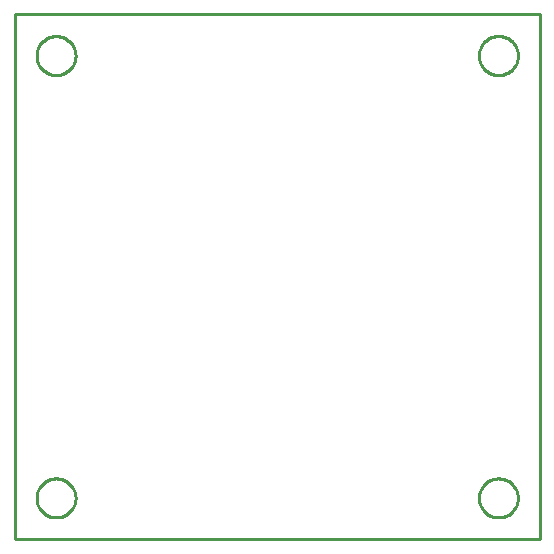
<source format=gbr>
G04 EAGLE Gerber RS-274X export*
G75*
%MOMM*%
%FSLAX34Y34*%
%LPD*%
%IN*%
%IPPOS*%
%AMOC8*
5,1,8,0,0,1.08239X$1,22.5*%
G01*
%ADD10C,0.254000*%


D10*
X0Y0D02*
X444500Y0D01*
X444500Y444500D01*
X0Y444500D01*
X0Y0D01*
X51510Y408960D02*
X51439Y407881D01*
X51298Y406809D01*
X51087Y405749D01*
X50808Y404705D01*
X50460Y403681D01*
X50046Y402683D01*
X49568Y401713D01*
X49028Y400777D01*
X48427Y399878D01*
X47769Y399021D01*
X47057Y398208D01*
X46292Y397444D01*
X45479Y396731D01*
X44622Y396073D01*
X43723Y395472D01*
X42787Y394932D01*
X41817Y394454D01*
X40819Y394040D01*
X39795Y393692D01*
X38751Y393413D01*
X37691Y393202D01*
X36619Y393061D01*
X35540Y392990D01*
X34460Y392990D01*
X33381Y393061D01*
X32309Y393202D01*
X31249Y393413D01*
X30205Y393692D01*
X29181Y394040D01*
X28183Y394454D01*
X27213Y394932D01*
X26277Y395472D01*
X25378Y396073D01*
X24521Y396731D01*
X23708Y397444D01*
X22944Y398208D01*
X22231Y399021D01*
X21573Y399878D01*
X20972Y400777D01*
X20432Y401713D01*
X19954Y402683D01*
X19540Y403681D01*
X19192Y404705D01*
X18913Y405749D01*
X18702Y406809D01*
X18561Y407881D01*
X18490Y408960D01*
X18490Y410040D01*
X18561Y411119D01*
X18702Y412191D01*
X18913Y413251D01*
X19192Y414295D01*
X19540Y415319D01*
X19954Y416317D01*
X20432Y417287D01*
X20972Y418223D01*
X21573Y419122D01*
X22231Y419979D01*
X22944Y420792D01*
X23708Y421557D01*
X24521Y422269D01*
X25378Y422927D01*
X26277Y423528D01*
X27213Y424068D01*
X28183Y424546D01*
X29181Y424960D01*
X30205Y425308D01*
X31249Y425587D01*
X32309Y425798D01*
X33381Y425939D01*
X34460Y426010D01*
X35540Y426010D01*
X36619Y425939D01*
X37691Y425798D01*
X38751Y425587D01*
X39795Y425308D01*
X40819Y424960D01*
X41817Y424546D01*
X42787Y424068D01*
X43723Y423528D01*
X44622Y422927D01*
X45479Y422269D01*
X46292Y421557D01*
X47057Y420792D01*
X47769Y419979D01*
X48427Y419122D01*
X49028Y418223D01*
X49568Y417287D01*
X50046Y416317D01*
X50460Y415319D01*
X50808Y414295D01*
X51087Y413251D01*
X51298Y412191D01*
X51439Y411119D01*
X51510Y410040D01*
X51510Y408960D01*
X426010Y408960D02*
X425939Y407881D01*
X425798Y406809D01*
X425587Y405749D01*
X425308Y404705D01*
X424960Y403681D01*
X424546Y402683D01*
X424068Y401713D01*
X423528Y400777D01*
X422927Y399878D01*
X422269Y399021D01*
X421557Y398208D01*
X420792Y397444D01*
X419979Y396731D01*
X419122Y396073D01*
X418223Y395472D01*
X417287Y394932D01*
X416317Y394454D01*
X415319Y394040D01*
X414295Y393692D01*
X413251Y393413D01*
X412191Y393202D01*
X411119Y393061D01*
X410040Y392990D01*
X408960Y392990D01*
X407881Y393061D01*
X406809Y393202D01*
X405749Y393413D01*
X404705Y393692D01*
X403681Y394040D01*
X402683Y394454D01*
X401713Y394932D01*
X400777Y395472D01*
X399878Y396073D01*
X399021Y396731D01*
X398208Y397444D01*
X397444Y398208D01*
X396731Y399021D01*
X396073Y399878D01*
X395472Y400777D01*
X394932Y401713D01*
X394454Y402683D01*
X394040Y403681D01*
X393692Y404705D01*
X393413Y405749D01*
X393202Y406809D01*
X393061Y407881D01*
X392990Y408960D01*
X392990Y410040D01*
X393061Y411119D01*
X393202Y412191D01*
X393413Y413251D01*
X393692Y414295D01*
X394040Y415319D01*
X394454Y416317D01*
X394932Y417287D01*
X395472Y418223D01*
X396073Y419122D01*
X396731Y419979D01*
X397444Y420792D01*
X398208Y421557D01*
X399021Y422269D01*
X399878Y422927D01*
X400777Y423528D01*
X401713Y424068D01*
X402683Y424546D01*
X403681Y424960D01*
X404705Y425308D01*
X405749Y425587D01*
X406809Y425798D01*
X407881Y425939D01*
X408960Y426010D01*
X410040Y426010D01*
X411119Y425939D01*
X412191Y425798D01*
X413251Y425587D01*
X414295Y425308D01*
X415319Y424960D01*
X416317Y424546D01*
X417287Y424068D01*
X418223Y423528D01*
X419122Y422927D01*
X419979Y422269D01*
X420792Y421557D01*
X421557Y420792D01*
X422269Y419979D01*
X422927Y419122D01*
X423528Y418223D01*
X424068Y417287D01*
X424546Y416317D01*
X424960Y415319D01*
X425308Y414295D01*
X425587Y413251D01*
X425798Y412191D01*
X425939Y411119D01*
X426010Y410040D01*
X426010Y408960D01*
X51510Y34460D02*
X51439Y33381D01*
X51298Y32309D01*
X51087Y31249D01*
X50808Y30205D01*
X50460Y29181D01*
X50046Y28183D01*
X49568Y27213D01*
X49028Y26277D01*
X48427Y25378D01*
X47769Y24521D01*
X47057Y23708D01*
X46292Y22944D01*
X45479Y22231D01*
X44622Y21573D01*
X43723Y20972D01*
X42787Y20432D01*
X41817Y19954D01*
X40819Y19540D01*
X39795Y19192D01*
X38751Y18913D01*
X37691Y18702D01*
X36619Y18561D01*
X35540Y18490D01*
X34460Y18490D01*
X33381Y18561D01*
X32309Y18702D01*
X31249Y18913D01*
X30205Y19192D01*
X29181Y19540D01*
X28183Y19954D01*
X27213Y20432D01*
X26277Y20972D01*
X25378Y21573D01*
X24521Y22231D01*
X23708Y22944D01*
X22944Y23708D01*
X22231Y24521D01*
X21573Y25378D01*
X20972Y26277D01*
X20432Y27213D01*
X19954Y28183D01*
X19540Y29181D01*
X19192Y30205D01*
X18913Y31249D01*
X18702Y32309D01*
X18561Y33381D01*
X18490Y34460D01*
X18490Y35540D01*
X18561Y36619D01*
X18702Y37691D01*
X18913Y38751D01*
X19192Y39795D01*
X19540Y40819D01*
X19954Y41817D01*
X20432Y42787D01*
X20972Y43723D01*
X21573Y44622D01*
X22231Y45479D01*
X22944Y46292D01*
X23708Y47057D01*
X24521Y47769D01*
X25378Y48427D01*
X26277Y49028D01*
X27213Y49568D01*
X28183Y50046D01*
X29181Y50460D01*
X30205Y50808D01*
X31249Y51087D01*
X32309Y51298D01*
X33381Y51439D01*
X34460Y51510D01*
X35540Y51510D01*
X36619Y51439D01*
X37691Y51298D01*
X38751Y51087D01*
X39795Y50808D01*
X40819Y50460D01*
X41817Y50046D01*
X42787Y49568D01*
X43723Y49028D01*
X44622Y48427D01*
X45479Y47769D01*
X46292Y47057D01*
X47057Y46292D01*
X47769Y45479D01*
X48427Y44622D01*
X49028Y43723D01*
X49568Y42787D01*
X50046Y41817D01*
X50460Y40819D01*
X50808Y39795D01*
X51087Y38751D01*
X51298Y37691D01*
X51439Y36619D01*
X51510Y35540D01*
X51510Y34460D01*
X426010Y34460D02*
X425939Y33381D01*
X425798Y32309D01*
X425587Y31249D01*
X425308Y30205D01*
X424960Y29181D01*
X424546Y28183D01*
X424068Y27213D01*
X423528Y26277D01*
X422927Y25378D01*
X422269Y24521D01*
X421557Y23708D01*
X420792Y22944D01*
X419979Y22231D01*
X419122Y21573D01*
X418223Y20972D01*
X417287Y20432D01*
X416317Y19954D01*
X415319Y19540D01*
X414295Y19192D01*
X413251Y18913D01*
X412191Y18702D01*
X411119Y18561D01*
X410040Y18490D01*
X408960Y18490D01*
X407881Y18561D01*
X406809Y18702D01*
X405749Y18913D01*
X404705Y19192D01*
X403681Y19540D01*
X402683Y19954D01*
X401713Y20432D01*
X400777Y20972D01*
X399878Y21573D01*
X399021Y22231D01*
X398208Y22944D01*
X397444Y23708D01*
X396731Y24521D01*
X396073Y25378D01*
X395472Y26277D01*
X394932Y27213D01*
X394454Y28183D01*
X394040Y29181D01*
X393692Y30205D01*
X393413Y31249D01*
X393202Y32309D01*
X393061Y33381D01*
X392990Y34460D01*
X392990Y35540D01*
X393061Y36619D01*
X393202Y37691D01*
X393413Y38751D01*
X393692Y39795D01*
X394040Y40819D01*
X394454Y41817D01*
X394932Y42787D01*
X395472Y43723D01*
X396073Y44622D01*
X396731Y45479D01*
X397444Y46292D01*
X398208Y47057D01*
X399021Y47769D01*
X399878Y48427D01*
X400777Y49028D01*
X401713Y49568D01*
X402683Y50046D01*
X403681Y50460D01*
X404705Y50808D01*
X405749Y51087D01*
X406809Y51298D01*
X407881Y51439D01*
X408960Y51510D01*
X410040Y51510D01*
X411119Y51439D01*
X412191Y51298D01*
X413251Y51087D01*
X414295Y50808D01*
X415319Y50460D01*
X416317Y50046D01*
X417287Y49568D01*
X418223Y49028D01*
X419122Y48427D01*
X419979Y47769D01*
X420792Y47057D01*
X421557Y46292D01*
X422269Y45479D01*
X422927Y44622D01*
X423528Y43723D01*
X424068Y42787D01*
X424546Y41817D01*
X424960Y40819D01*
X425308Y39795D01*
X425587Y38751D01*
X425798Y37691D01*
X425939Y36619D01*
X426010Y35540D01*
X426010Y34460D01*
M02*

</source>
